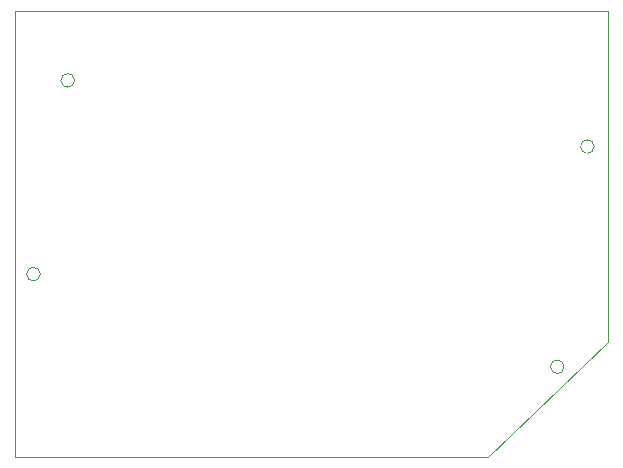
<source format=gbr>
%TF.GenerationSoftware,KiCad,Pcbnew,(5.1.10-1-10_14)*%
%TF.CreationDate,2021-07-23T11:32:30+02:00*%
%TF.ProjectId,WiredSEK,57697265-6453-4454-9b2e-6b696361645f,rev?*%
%TF.SameCoordinates,Original*%
%TF.FileFunction,Profile,NP*%
%FSLAX46Y46*%
G04 Gerber Fmt 4.6, Leading zero omitted, Abs format (unit mm)*
G04 Created by KiCad (PCBNEW (5.1.10-1-10_14)) date 2021-07-23 11:32:30*
%MOMM*%
%LPD*%
G01*
G04 APERTURE LIST*
%TA.AperFunction,Profile*%
%ADD10C,0.050000*%
%TD*%
G04 APERTURE END LIST*
D10*
X114476000Y-71100000D02*
G75*
G03*
X114476000Y-71100000I-576000J0D01*
G01*
X73026000Y-46850000D02*
G75*
G03*
X73026000Y-46850000I-576000J0D01*
G01*
X117026000Y-52450000D02*
G75*
G03*
X117026000Y-52450000I-576000J0D01*
G01*
X70126000Y-63250000D02*
G75*
G03*
X70126000Y-63250000I-576000J0D01*
G01*
X118200000Y-69000000D02*
X108000000Y-78700000D01*
X118200000Y-41000000D02*
X118200000Y-69000000D01*
X68000000Y-78700000D02*
X108000000Y-78700000D01*
X68000000Y-41000000D02*
X68000000Y-78700000D01*
X68000000Y-41000000D02*
X118200000Y-41000000D01*
M02*

</source>
